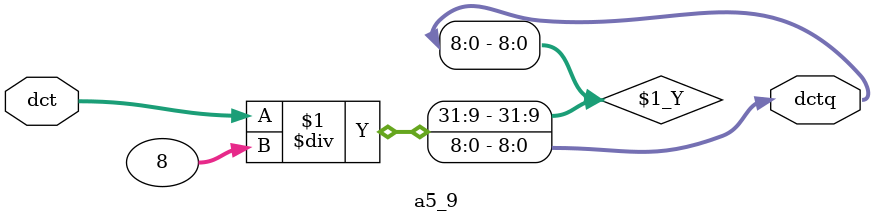
<source format=v>

module a5_9(dct, dctq);

input [11:0] dct;
output [8:0] dctq;
wire [8:0] dctq;

assign dctq = dct / 8;      // quantize

endmodule

</source>
